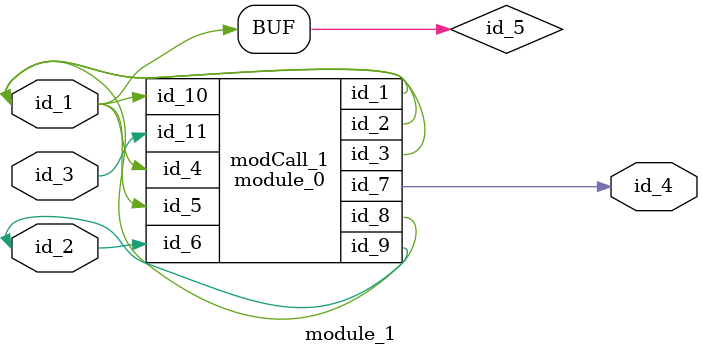
<source format=v>
module module_0 (
    id_1,
    id_2,
    id_3,
    id_4,
    id_5,
    id_6,
    id_7,
    id_8,
    id_9,
    id_10,
    id_11
);
  input wire id_11;
  input wire id_10;
  inout wire id_9;
  inout wire id_8;
  output wire id_7;
  input wire id_6;
  input wire id_5;
  input wire id_4;
  inout wire id_3;
  inout wire id_2;
  inout wire id_1;
endmodule
module module_1 (
    id_1,
    id_2,
    id_3,
    id_4
);
  output wire id_4;
  input wire id_3;
  inout wire id_2;
  input wire id_1;
  wire id_5;
  assign id_5 = id_1;
  module_0 modCall_1 (
      id_5,
      id_5,
      id_5,
      id_5,
      id_1,
      id_2,
      id_4,
      id_5,
      id_2,
      id_5,
      id_3
  );
endmodule

</source>
